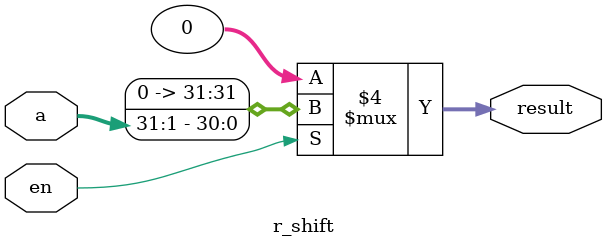
<source format=v>
module r_shift(
    input [31:0]a,
    input en,
    output reg[31:0]result
);
    always @(*) begin
        if(en)begin
            result = a >> 1;    
        end else begin
            result = 32'd0;  
        end
    end
endmodule
</source>
